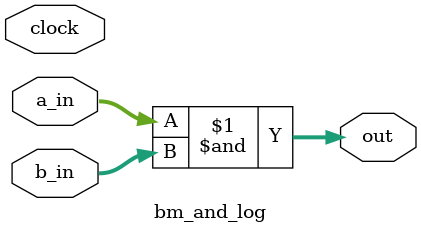
<source format=v>
`define BITS 32         // Bit width of the operands

module bm_and_log(clock,
		a_in,
		b_in,
		out);

// SIGNAL DECLARATIONS
input	clock;

input [`BITS-1:0] a_in;
input [`BITS-1:0] b_in;

output [`BITS-1:0] out;

wire [`BITS-1:0]    out;

// ASSIGN STATEMENTS
assign out = a_in & b_in;

endmodule

</source>
